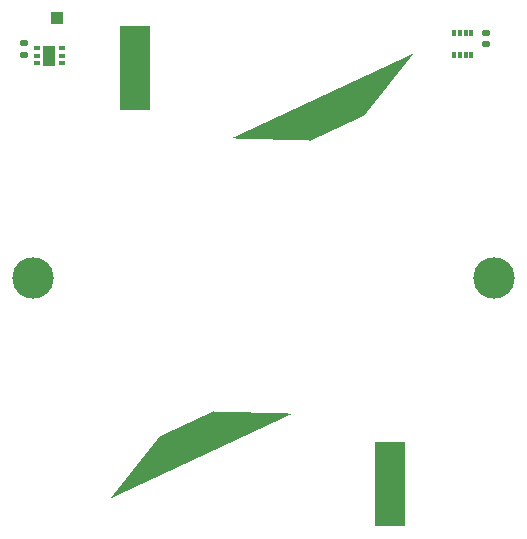
<source format=gts>
G04 #@! TF.GenerationSoftware,KiCad,Pcbnew,7.0.2*
G04 #@! TF.CreationDate,2023-07-30T22:18:18-04:00*
G04 #@! TF.ProjectId,TopExternalFaceRev1,546f7045-7874-4657-926e-616c46616365,rev?*
G04 #@! TF.SameCoordinates,Original*
G04 #@! TF.FileFunction,Soldermask,Top*
G04 #@! TF.FilePolarity,Negative*
%FSLAX46Y46*%
G04 Gerber Fmt 4.6, Leading zero omitted, Abs format (unit mm)*
G04 Created by KiCad (PCBNEW 7.0.2) date 2023-07-30 22:18:18*
%MOMM*%
%LPD*%
G01*
G04 APERTURE LIST*
G04 Aperture macros list*
%AMRoundRect*
0 Rectangle with rounded corners*
0 $1 Rounding radius*
0 $2 $3 $4 $5 $6 $7 $8 $9 X,Y pos of 4 corners*
0 Add a 4 corners polygon primitive as box body*
4,1,4,$2,$3,$4,$5,$6,$7,$8,$9,$2,$3,0*
0 Add four circle primitives for the rounded corners*
1,1,$1+$1,$2,$3*
1,1,$1+$1,$4,$5*
1,1,$1+$1,$6,$7*
1,1,$1+$1,$8,$9*
0 Add four rect primitives between the rounded corners*
20,1,$1+$1,$2,$3,$4,$5,0*
20,1,$1+$1,$4,$5,$6,$7,0*
20,1,$1+$1,$6,$7,$8,$9,0*
20,1,$1+$1,$8,$9,$2,$3,0*%
%AMOutline4P*
0 Free polygon, 4 corners , with rotation*
0 The origin of the aperture is its center*
0 number of corners: always 4*
0 $1 to $8 corner X, Y*
0 $9 Rotation angle, in degrees counterclockwise*
0 create outline with 4 corners*
4,1,4,$1,$2,$3,$4,$5,$6,$7,$8,$1,$2,$9*%
G04 Aperture macros list end*
%ADD10C,3.500000*%
%ADD11R,1.000000X1.000000*%
%ADD12RoundRect,0.140000X0.170000X-0.140000X0.170000X0.140000X-0.170000X0.140000X-0.170000X-0.140000X0*%
%ADD13RoundRect,0.140000X-0.170000X0.140000X-0.170000X-0.140000X0.170000X-0.140000X0.170000X0.140000X0*%
%ADD14R,0.300000X0.620000*%
%ADD15Outline4P,-8.500000X-1.500000X8.500000X-1.500000X2.500000X1.500000X-2.500000X1.500000X25.000000*%
%ADD16R,2.530000X7.220000*%
%ADD17Outline4P,-8.500000X-1.500000X8.500000X-1.500000X2.500000X1.500000X-2.500000X1.500000X205.000000*%
%ADD18R,0.600000X0.350000*%
%ADD19R,1.100000X1.700000*%
G04 APERTURE END LIST*
D10*
X144500000Y-125100000D03*
X105500000Y-125100000D03*
D11*
X107500000Y-103100000D03*
D12*
X143800000Y-105280000D03*
X143800000Y-104320000D03*
D13*
X104700000Y-105220000D03*
X104700000Y-106180000D03*
D14*
X142600000Y-104380000D03*
X142100000Y-104380000D03*
X141600000Y-104380000D03*
X141100000Y-104380000D03*
X141100000Y-106200000D03*
X141600000Y-106200000D03*
X142100000Y-106200000D03*
X142600000Y-106200000D03*
D15*
X119150500Y-138792003D03*
D16*
X135675500Y-142484003D03*
D17*
X130649500Y-111007997D03*
D16*
X114124500Y-107315997D03*
D18*
X107900000Y-106900000D03*
X107900000Y-106250000D03*
X107900000Y-105600000D03*
X105800000Y-105600000D03*
X105800000Y-106250000D03*
X105800000Y-106900000D03*
D19*
X106850000Y-106250000D03*
M02*

</source>
